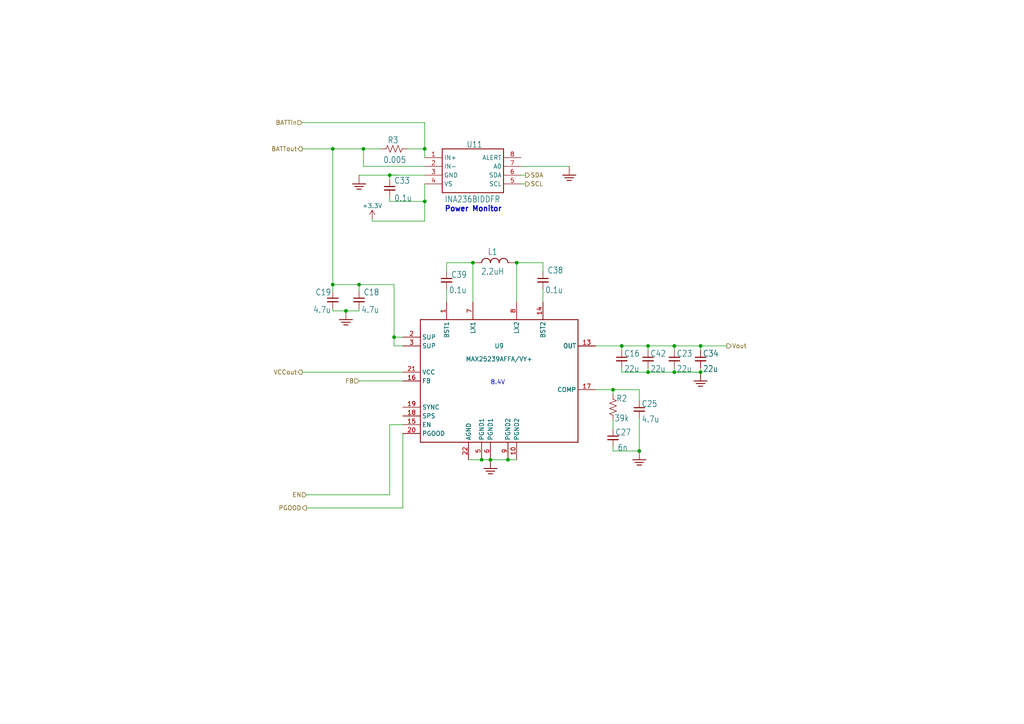
<source format=kicad_sch>
(kicad_sch (version 20230121) (generator eeschema)

  (uuid b02478bd-9496-4c28-b582-89a1a7ad52f4)

  (paper "A4")

  (lib_symbols
    (symbol "BRGRavionics-eagle-import:GND-EARTH" (power) (in_bom yes) (on_board yes)
      (property "Reference" "#SUPPLY" (at 0 0 0)
        (effects (font (size 1.27 1.27)) hide)
      )
      (property "Value" "GND-EARTH" (at 0 -3.175 0)
        (effects (font (size 1.778 1.5113)))
      )
      (property "Footprint" "" (at 0 0 0)
        (effects (font (size 1.27 1.27)) hide)
      )
      (property "Datasheet" "" (at 0 0 0)
        (effects (font (size 1.27 1.27)) hide)
      )
      (property "ki_locked" "" (at 0 0 0)
        (effects (font (size 1.27 1.27)))
      )
      (symbol "GND-EARTH_1_0"
        (polyline
          (pts
            (xy -1.905 0)
            (xy 1.905 0)
          )
          (stroke (width 0.254) (type solid))
          (fill (type none))
        )
        (polyline
          (pts
            (xy -1.27 -0.762)
            (xy 1.27 -0.762)
          )
          (stroke (width 0.254) (type solid))
          (fill (type none))
        )
        (polyline
          (pts
            (xy -0.635 -1.524)
            (xy 0.635 -1.524)
          )
          (stroke (width 0.254) (type solid))
          (fill (type none))
        )
        (pin power_in line (at 0 2.54 270) (length 2.54)
          (name "GND" (effects (font (size 0 0))))
          (number "1" (effects (font (size 0 0))))
        )
      )
    )
    (symbol "BRGRavionics-eagle-import:INA236BIDDFR" (in_bom yes) (on_board yes)
      (property "Reference" "" (at 3.81 10.16 0)
        (effects (font (size 1.778 1.5113)) (justify left) hide)
      )
      (property "Value" "" (at 3.81 7.62 0)
        (effects (font (size 1.778 1.5113)) (justify left))
      )
      (property "Footprint" "BRGRavionics:SOT65P280X110-8N" (at 0 0 0)
        (effects (font (size 1.27 1.27)) hide)
      )
      (property "Datasheet" "" (at 0 0 0)
        (effects (font (size 1.27 1.27)) hide)
      )
      (property "ki_locked" "" (at 0 0 0)
        (effects (font (size 1.27 1.27)))
      )
      (symbol "INA236BIDDFR_1_0"
        (polyline
          (pts
            (xy -7.62 5.08)
            (xy -7.62 -7.62)
          )
          (stroke (width 0.254) (type solid))
          (fill (type none))
        )
        (polyline
          (pts
            (xy -7.62 5.08)
            (xy 10.16 5.08)
          )
          (stroke (width 0.254) (type solid))
          (fill (type none))
        )
        (polyline
          (pts
            (xy 10.16 -7.62)
            (xy -7.62 -7.62)
          )
          (stroke (width 0.254) (type solid))
          (fill (type none))
        )
        (polyline
          (pts
            (xy 10.16 -7.62)
            (xy 10.16 5.08)
          )
          (stroke (width 0.254) (type solid))
          (fill (type none))
        )
        (pin bidirectional line (at -12.7 2.54 0) (length 5.08)
          (name "IN+" (effects (font (size 1.27 1.27))))
          (number "1" (effects (font (size 1.27 1.27))))
        )
        (pin bidirectional line (at -12.7 0 0) (length 5.08)
          (name "IN-" (effects (font (size 1.27 1.27))))
          (number "2" (effects (font (size 1.27 1.27))))
        )
        (pin bidirectional line (at -12.7 -2.54 0) (length 5.08)
          (name "GND" (effects (font (size 1.27 1.27))))
          (number "3" (effects (font (size 1.27 1.27))))
        )
        (pin bidirectional line (at -12.7 -5.08 0) (length 5.08)
          (name "VS" (effects (font (size 1.27 1.27))))
          (number "4" (effects (font (size 1.27 1.27))))
        )
        (pin bidirectional line (at 15.24 -5.08 180) (length 5.08)
          (name "SCL" (effects (font (size 1.27 1.27))))
          (number "5" (effects (font (size 1.27 1.27))))
        )
        (pin bidirectional line (at 15.24 -2.54 180) (length 5.08)
          (name "SDA" (effects (font (size 1.27 1.27))))
          (number "6" (effects (font (size 1.27 1.27))))
        )
        (pin bidirectional line (at 15.24 0 180) (length 5.08)
          (name "A0" (effects (font (size 1.27 1.27))))
          (number "7" (effects (font (size 1.27 1.27))))
        )
        (pin bidirectional line (at 15.24 2.54 180) (length 5.08)
          (name "ALERT" (effects (font (size 1.27 1.27))))
          (number "8" (effects (font (size 1.27 1.27))))
        )
      )
    )
    (symbol "BRGRavionics-eagle-import:MAX25239AFFA/VY+" (in_bom yes) (on_board yes)
      (property "Reference" "U3" (at 0 0 0)
        (effects (font (size 1.27 1.27)))
      )
      (property "Value" "MAX25239AFFA/VY+" (at 0 -2.54 0)
        (effects (font (size 1.27 1.27)))
      )
      (property "Footprint" "BRGRavionics:MAX25239" (at 0 0 0)
        (effects (font (size 1.27 1.27)) hide)
      )
      (property "Datasheet" "" (at 0 0 0)
        (effects (font (size 1.27 1.27)) hide)
      )
      (symbol "MAX25239AFFA/VY+_1_0"
        (polyline
          (pts
            (xy -22.86 -17.78)
            (xy 22.86 -17.78)
          )
          (stroke (width 0.254) (type solid))
          (fill (type none))
        )
        (polyline
          (pts
            (xy -22.86 17.78)
            (xy -22.86 -17.78)
          )
          (stroke (width 0.254) (type solid))
          (fill (type none))
        )
        (polyline
          (pts
            (xy 22.86 -17.78)
            (xy 22.86 17.78)
          )
          (stroke (width 0.254) (type solid))
          (fill (type none))
        )
        (polyline
          (pts
            (xy 22.86 17.78)
            (xy -22.86 17.78)
          )
          (stroke (width 0.254) (type solid))
          (fill (type none))
        )
        (pin bidirectional line (at -15.24 22.86 270) (length 5.08)
          (name "BST1" (effects (font (size 1.27 1.27))))
          (number "1" (effects (font (size 1.27 1.27))))
        )
        (pin bidirectional line (at 5.08 -22.86 90) (length 5.08)
          (name "PGND2" (effects (font (size 1.27 1.27))))
          (number "10" (effects (font (size 1.27 1.27))))
        )
        (pin bidirectional line (at 27.94 10.16 180) (length 5.08)
          (name "OUT" (effects (font (size 1.27 1.27))))
          (number "12" (effects (font (size 0 0))))
        )
        (pin bidirectional line (at 27.94 10.16 180) (length 5.08)
          (name "OUT" (effects (font (size 1.27 1.27))))
          (number "13" (effects (font (size 1.27 1.27))))
        )
        (pin bidirectional line (at 12.7 22.86 270) (length 5.08)
          (name "BST2" (effects (font (size 1.27 1.27))))
          (number "14" (effects (font (size 1.27 1.27))))
        )
        (pin bidirectional line (at -27.94 -12.7 0) (length 5.08)
          (name "EN" (effects (font (size 1.27 1.27))))
          (number "15" (effects (font (size 1.27 1.27))))
        )
        (pin bidirectional line (at -27.94 0 0) (length 5.08)
          (name "FB" (effects (font (size 1.27 1.27))))
          (number "16" (effects (font (size 1.27 1.27))))
        )
        (pin bidirectional line (at 27.94 -2.54 180) (length 5.08)
          (name "COMP" (effects (font (size 1.27 1.27))))
          (number "17" (effects (font (size 1.27 1.27))))
        )
        (pin bidirectional line (at -27.94 -10.16 0) (length 5.08)
          (name "SPS" (effects (font (size 1.27 1.27))))
          (number "18" (effects (font (size 1.27 1.27))))
        )
        (pin bidirectional line (at -27.94 -7.62 0) (length 5.08)
          (name "SYNC" (effects (font (size 1.27 1.27))))
          (number "19" (effects (font (size 1.27 1.27))))
        )
        (pin bidirectional line (at -27.94 12.7 0) (length 5.08)
          (name "SUP" (effects (font (size 1.27 1.27))))
          (number "2" (effects (font (size 1.27 1.27))))
        )
        (pin bidirectional line (at -27.94 -15.24 0) (length 5.08)
          (name "PGOOD" (effects (font (size 1.27 1.27))))
          (number "20" (effects (font (size 1.27 1.27))))
        )
        (pin bidirectional line (at -27.94 2.54 0) (length 5.08)
          (name "VCC" (effects (font (size 1.27 1.27))))
          (number "21" (effects (font (size 1.27 1.27))))
        )
        (pin bidirectional line (at -8.89 -22.86 90) (length 5.08)
          (name "AGND" (effects (font (size 1.27 1.27))))
          (number "22" (effects (font (size 1.27 1.27))))
        )
        (pin bidirectional line (at -27.94 10.16 0) (length 5.08)
          (name "SUP" (effects (font (size 1.27 1.27))))
          (number "3" (effects (font (size 1.27 1.27))))
        )
        (pin bidirectional line (at -5.08 -22.86 90) (length 5.08)
          (name "PGND1" (effects (font (size 1.27 1.27))))
          (number "5" (effects (font (size 1.27 1.27))))
        )
        (pin bidirectional line (at -2.54 -22.86 90) (length 5.08)
          (name "PGND1" (effects (font (size 1.27 1.27))))
          (number "6" (effects (font (size 1.27 1.27))))
        )
        (pin bidirectional line (at -7.62 22.86 270) (length 5.08)
          (name "LX1" (effects (font (size 1.27 1.27))))
          (number "7" (effects (font (size 1.27 1.27))))
        )
        (pin bidirectional line (at 5.08 22.86 270) (length 5.08)
          (name "LX2" (effects (font (size 1.27 1.27))))
          (number "8" (effects (font (size 1.27 1.27))))
        )
        (pin bidirectional line (at 2.54 -22.86 90) (length 5.08)
          (name "PGND2" (effects (font (size 1.27 1.27))))
          (number "9" (effects (font (size 1.27 1.27))))
        )
      )
    )
    (symbol "Device:C_Small" (pin_numbers hide) (pin_names (offset 0.254) hide) (in_bom yes) (on_board yes)
      (property "Reference" "C" (at 0.254 1.778 0)
        (effects (font (size 1.27 1.27)) (justify left))
      )
      (property "Value" "C_Small" (at 0.254 -2.032 0)
        (effects (font (size 1.27 1.27)) (justify left))
      )
      (property "Footprint" "" (at 0 0 0)
        (effects (font (size 1.27 1.27)) hide)
      )
      (property "Datasheet" "~" (at 0 0 0)
        (effects (font (size 1.27 1.27)) hide)
      )
      (property "ki_keywords" "capacitor cap" (at 0 0 0)
        (effects (font (size 1.27 1.27)) hide)
      )
      (property "ki_description" "Unpolarized capacitor, small symbol" (at 0 0 0)
        (effects (font (size 1.27 1.27)) hide)
      )
      (property "ki_fp_filters" "C_*" (at 0 0 0)
        (effects (font (size 1.27 1.27)) hide)
      )
      (symbol "C_Small_0_1"
        (polyline
          (pts
            (xy -1.524 -0.508)
            (xy 1.524 -0.508)
          )
          (stroke (width 0.3302) (type default))
          (fill (type none))
        )
        (polyline
          (pts
            (xy -1.524 0.508)
            (xy 1.524 0.508)
          )
          (stroke (width 0.3048) (type default))
          (fill (type none))
        )
      )
      (symbol "C_Small_1_1"
        (pin passive line (at 0 2.54 270) (length 2.032)
          (name "~" (effects (font (size 1.27 1.27))))
          (number "1" (effects (font (size 1.27 1.27))))
        )
        (pin passive line (at 0 -2.54 90) (length 2.032)
          (name "~" (effects (font (size 1.27 1.27))))
          (number "2" (effects (font (size 1.27 1.27))))
        )
      )
    )
    (symbol "Device:R_US" (pin_numbers hide) (pin_names (offset 0)) (in_bom yes) (on_board yes)
      (property "Reference" "R" (at 2.54 0 90)
        (effects (font (size 1.27 1.27)))
      )
      (property "Value" "R_US" (at -2.54 0 90)
        (effects (font (size 1.27 1.27)))
      )
      (property "Footprint" "" (at 1.016 -0.254 90)
        (effects (font (size 1.27 1.27)) hide)
      )
      (property "Datasheet" "~" (at 0 0 0)
        (effects (font (size 1.27 1.27)) hide)
      )
      (property "ki_keywords" "R res resistor" (at 0 0 0)
        (effects (font (size 1.27 1.27)) hide)
      )
      (property "ki_description" "Resistor, US symbol" (at 0 0 0)
        (effects (font (size 1.27 1.27)) hide)
      )
      (property "ki_fp_filters" "R_*" (at 0 0 0)
        (effects (font (size 1.27 1.27)) hide)
      )
      (symbol "R_US_0_1"
        (polyline
          (pts
            (xy 0 -2.286)
            (xy 0 -2.54)
          )
          (stroke (width 0) (type default))
          (fill (type none))
        )
        (polyline
          (pts
            (xy 0 2.286)
            (xy 0 2.54)
          )
          (stroke (width 0) (type default))
          (fill (type none))
        )
        (polyline
          (pts
            (xy 0 -0.762)
            (xy 1.016 -1.143)
            (xy 0 -1.524)
            (xy -1.016 -1.905)
            (xy 0 -2.286)
          )
          (stroke (width 0) (type default))
          (fill (type none))
        )
        (polyline
          (pts
            (xy 0 0.762)
            (xy 1.016 0.381)
            (xy 0 0)
            (xy -1.016 -0.381)
            (xy 0 -0.762)
          )
          (stroke (width 0) (type default))
          (fill (type none))
        )
        (polyline
          (pts
            (xy 0 2.286)
            (xy 1.016 1.905)
            (xy 0 1.524)
            (xy -1.016 1.143)
            (xy 0 0.762)
          )
          (stroke (width 0) (type default))
          (fill (type none))
        )
      )
      (symbol "R_US_1_1"
        (pin passive line (at 0 3.81 270) (length 1.27)
          (name "~" (effects (font (size 1.27 1.27))))
          (number "1" (effects (font (size 1.27 1.27))))
        )
        (pin passive line (at 0 -3.81 90) (length 1.27)
          (name "~" (effects (font (size 1.27 1.27))))
          (number "2" (effects (font (size 1.27 1.27))))
        )
      )
    )
    (symbol "LRADIAL-26MM-DIA_1" (in_bom yes) (on_board yes)
      (property "Reference" "L2" (at 0 2.54 0)
        (effects (font (size 1.778 1.5113)))
      )
      (property "Value" "2.2uH" (at 0 -2.54 0)
        (effects (font (size 1.778 1.5113)))
      )
      (property "Footprint" "BRGRavionics:INDRD2743W50D3810H2616B" (at 0 0 0)
        (effects (font (size 1.27 1.27)) hide)
      )
      (property "Datasheet" "" (at 0 0 0)
        (effects (font (size 1.27 1.27)) hide)
      )
      (property "ki_locked" "" (at 0 0 0)
        (effects (font (size 1.27 1.27)))
      )
      (symbol "LRADIAL-26MM-DIA_1_1_0"
        (arc (start 0 0) (mid -1.27 1.2645) (end -2.54 0)
          (stroke (width 0.254) (type solid))
          (fill (type none))
        )
        (arc (start 2.54 0) (mid 1.27 1.2645) (end 0 0)
          (stroke (width 0.254) (type solid))
          (fill (type none))
        )
        (arc (start 5.08 0) (mid 3.81 1.2645) (end 2.54 0)
          (stroke (width 0.254) (type solid))
          (fill (type none))
        )
        (pin passive line (at -5.08 0 0) (length 2.54)
          (name "1" (effects (font (size 0 0))))
          (number "1" (effects (font (size 0 0))))
        )
        (pin passive line (at 7.62 0 180) (length 2.54)
          (name "2" (effects (font (size 0 0))))
          (number "2" (effects (font (size 0 0))))
        )
      )
    )
    (symbol "power:+3.3V" (power) (pin_names (offset 0)) (in_bom yes) (on_board yes)
      (property "Reference" "#PWR" (at 0 -3.81 0)
        (effects (font (size 1.27 1.27)) hide)
      )
      (property "Value" "+3.3V" (at 0 3.556 0)
        (effects (font (size 1.27 1.27)))
      )
      (property "Footprint" "" (at 0 0 0)
        (effects (font (size 1.27 1.27)) hide)
      )
      (property "Datasheet" "" (at 0 0 0)
        (effects (font (size 1.27 1.27)) hide)
      )
      (property "ki_keywords" "global power" (at 0 0 0)
        (effects (font (size 1.27 1.27)) hide)
      )
      (property "ki_description" "Power symbol creates a global label with name \"+3.3V\"" (at 0 0 0)
        (effects (font (size 1.27 1.27)) hide)
      )
      (symbol "+3.3V_0_1"
        (polyline
          (pts
            (xy -0.762 1.27)
            (xy 0 2.54)
          )
          (stroke (width 0) (type default))
          (fill (type none))
        )
        (polyline
          (pts
            (xy 0 0)
            (xy 0 2.54)
          )
          (stroke (width 0) (type default))
          (fill (type none))
        )
        (polyline
          (pts
            (xy 0 2.54)
            (xy 0.762 1.27)
          )
          (stroke (width 0) (type default))
          (fill (type none))
        )
      )
      (symbol "+3.3V_1_1"
        (pin power_in line (at 0 0 90) (length 0) hide
          (name "+3.3V" (effects (font (size 1.27 1.27))))
          (number "1" (effects (font (size 1.27 1.27))))
        )
      )
    )
  )

  (junction (at 187.96 107.95) (diameter 0) (color 0 0 0 0)
    (uuid 01f846b4-cdc8-4ade-8581-2f79aee5fb46)
  )
  (junction (at 195.58 107.95) (diameter 0) (color 0 0 0 0)
    (uuid 0860a0f0-cf2e-4133-8cbc-82a3bbd08739)
  )
  (junction (at 123.19 43.18) (diameter 0) (color 0 0 0 0)
    (uuid 087bc2e1-57b4-4623-8ae7-034b3746f7f2)
  )
  (junction (at 142.24 133.35) (diameter 0) (color 0 0 0 0)
    (uuid 2be76eb4-5cf8-4992-8ab2-9aa71e619b69)
  )
  (junction (at 195.58 100.33) (diameter 0) (color 0 0 0 0)
    (uuid 31a414bd-404f-4262-9c23-1d69516f5e23)
  )
  (junction (at 137.16 76.2) (diameter 0) (color 0 0 0 0)
    (uuid 37228d3f-0183-4199-bb08-391ad1bb0da8)
  )
  (junction (at 104.14 82.55) (diameter 0) (color 0 0 0 0)
    (uuid 4902d24b-aead-484d-89e9-350a80ff84a4)
  )
  (junction (at 185.42 130.81) (diameter 0) (color 0 0 0 0)
    (uuid 4bca5e3c-000d-4da9-aaab-478dce213d51)
  )
  (junction (at 123.19 58.42) (diameter 0) (color 0 0 0 0)
    (uuid 63115a06-f492-4aef-866c-03ad6f897412)
  )
  (junction (at 180.34 100.33) (diameter 0) (color 0 0 0 0)
    (uuid 63c7ff5a-bfde-44e1-b6b1-39697efe8a99)
  )
  (junction (at 187.96 100.33) (diameter 0) (color 0 0 0 0)
    (uuid 6c33168e-504a-4e4c-ab79-ce63fbb752d0)
  )
  (junction (at 100.33 90.17) (diameter 0) (color 0 0 0 0)
    (uuid 869ce9ec-e20b-408a-b121-4631aaea8ee4)
  )
  (junction (at 177.8 113.03) (diameter 0) (color 0 0 0 0)
    (uuid 90afa9f2-c69f-45e4-9b8f-f8eec1be57fd)
  )
  (junction (at 147.32 133.35) (diameter 0) (color 0 0 0 0)
    (uuid 90c11d9b-3293-4103-b99e-6433e4f220f3)
  )
  (junction (at 96.52 82.55) (diameter 0) (color 0 0 0 0)
    (uuid 956e8b46-180e-41dd-b4af-ed40724673dd)
  )
  (junction (at 203.2 100.33) (diameter 0) (color 0 0 0 0)
    (uuid b87de8e6-62ce-482c-bac5-b1673254c034)
  )
  (junction (at 105.41 43.18) (diameter 0) (color 0 0 0 0)
    (uuid bf089c95-41bb-4239-8fa4-426e80ea28c5)
  )
  (junction (at 203.2 107.95) (diameter 0) (color 0 0 0 0)
    (uuid c23d1df2-5d97-4db9-a2da-16602a7e5d0f)
  )
  (junction (at 149.86 76.2) (diameter 0) (color 0 0 0 0)
    (uuid d300edb8-f00d-479d-a379-0d3ff6faf4be)
  )
  (junction (at 113.03 50.8) (diameter 0) (color 0 0 0 0)
    (uuid e3f323ad-f4f2-40e4-bd34-73ebd4c2140e)
  )
  (junction (at 96.52 43.18) (diameter 0) (color 0 0 0 0)
    (uuid f2421946-2b09-46bd-bbba-c7a40bed63c1)
  )
  (junction (at 114.3 97.79) (diameter 0) (color 0 0 0 0)
    (uuid f65f75bc-a1a6-4e04-977c-8322085bb5b4)
  )
  (junction (at 139.7 133.35) (diameter 0) (color 0 0 0 0)
    (uuid f90bf9ba-0348-4014-b74b-13775c507043)
  )

  (wire (pts (xy 187.96 101.6) (xy 187.96 100.33))
    (stroke (width 0) (type default))
    (uuid 030227b5-1f2f-43a2-8330-5c3391ffb77e)
  )
  (wire (pts (xy 151.13 50.8) (xy 152.4 50.8))
    (stroke (width 0) (type default))
    (uuid 07c58dd8-585c-4932-a0c6-f558bdeda7a5)
  )
  (wire (pts (xy 137.16 87.63) (xy 137.16 76.2))
    (stroke (width 0.1524) (type solid))
    (uuid 09f38dce-4d46-421b-9625-63f4088c5bd8)
  )
  (wire (pts (xy 96.52 84.455) (xy 96.52 82.55))
    (stroke (width 0) (type default))
    (uuid 0ecc5be9-49aa-4c86-bab0-6b70159cc2bb)
  )
  (wire (pts (xy 123.19 43.18) (xy 123.19 45.72))
    (stroke (width 0.1524) (type solid))
    (uuid 111648ee-5f49-45d7-8c8c-5ce19fb51818)
  )
  (wire (pts (xy 129.54 78.74) (xy 129.54 76.2))
    (stroke (width 0.1524) (type solid))
    (uuid 164ef0c3-1216-4bd6-8a83-b17120e7f0af)
  )
  (wire (pts (xy 113.03 123.19) (xy 116.84 123.19))
    (stroke (width 0.1524) (type solid))
    (uuid 16e86e39-c214-4910-99a7-13a59e9ab24c)
  )
  (wire (pts (xy 151.13 53.34) (xy 152.4 53.34))
    (stroke (width 0) (type default))
    (uuid 170b0e91-b8fe-49f0-b238-b3359153389a)
  )
  (wire (pts (xy 195.58 107.95) (xy 203.2 107.95))
    (stroke (width 0.1524) (type solid))
    (uuid 1cff9e08-9b3a-45ea-af85-d52091cf7367)
  )
  (wire (pts (xy 110.49 43.18) (xy 105.41 43.18))
    (stroke (width 0) (type default))
    (uuid 1d535a09-dd50-4e22-9a53-57d013e9172d)
  )
  (wire (pts (xy 123.19 35.56) (xy 123.19 43.18))
    (stroke (width 0) (type default))
    (uuid 1d89d106-8e81-41e4-acc0-039469a7b5c2)
  )
  (wire (pts (xy 172.72 113.03) (xy 177.8 113.03))
    (stroke (width 0.1524) (type solid))
    (uuid 1eb22dfc-0582-4601-a4ec-9d5a8888e88e)
  )
  (wire (pts (xy 187.96 100.33) (xy 195.58 100.33))
    (stroke (width 0.1524) (type solid))
    (uuid 1f246165-3f5b-4039-bf00-2fd432397be5)
  )
  (wire (pts (xy 107.95 64.135) (xy 123.19 64.135))
    (stroke (width 0.1524) (type solid))
    (uuid 221bd943-d0a5-4236-b9d3-2d2c20daebf1)
  )
  (wire (pts (xy 113.03 58.42) (xy 113.03 57.15))
    (stroke (width 0) (type default))
    (uuid 27845bec-31b4-4223-883a-c56e44c638ae)
  )
  (wire (pts (xy 116.84 147.32) (xy 116.84 125.73))
    (stroke (width 0) (type default))
    (uuid 2921b5ac-e84a-4696-9b0e-268ab31f55a2)
  )
  (wire (pts (xy 203.2 107.95) (xy 195.58 107.95))
    (stroke (width 0) (type default))
    (uuid 29c9b863-b8f8-428a-8e77-048b7d6078d6)
  )
  (wire (pts (xy 114.3 97.79) (xy 114.3 100.33))
    (stroke (width 0.1524) (type solid))
    (uuid 2bcbe27d-ca3f-4500-b55c-e51f9959867c)
  )
  (wire (pts (xy 177.8 121.92) (xy 177.8 124.46))
    (stroke (width 0) (type default))
    (uuid 2ca61d36-ec28-46f1-b210-c42142673927)
  )
  (wire (pts (xy 142.24 133.35) (xy 147.32 133.35))
    (stroke (width 0.1524) (type solid))
    (uuid 300e0293-5a44-474d-89f5-880ee82dcd5f)
  )
  (wire (pts (xy 180.34 107.95) (xy 187.96 107.95))
    (stroke (width 0.1524) (type solid))
    (uuid 30140ece-5e17-4bd9-8092-55f9361d3cfd)
  )
  (wire (pts (xy 104.14 90.17) (xy 100.33 90.17))
    (stroke (width 0.1524) (type solid))
    (uuid 391c617e-c05a-486c-bacf-c6807e7246e3)
  )
  (wire (pts (xy 118.11 43.18) (xy 123.19 43.18))
    (stroke (width 0) (type default))
    (uuid 3a8fd7ca-75f1-42ca-9702-585fe9208459)
  )
  (wire (pts (xy 113.03 58.42) (xy 123.19 58.42))
    (stroke (width 0) (type default))
    (uuid 413610ff-add7-4595-a004-8a73a02bcb49)
  )
  (wire (pts (xy 142.24 133.35) (xy 139.7 133.35))
    (stroke (width 0) (type default))
    (uuid 45932315-ada3-4356-b7fe-683af10556e3)
  )
  (wire (pts (xy 180.34 100.33) (xy 187.96 100.33))
    (stroke (width 0.1524) (type solid))
    (uuid 4690f659-3ef5-41b1-8a21-81ec2023ad5f)
  )
  (wire (pts (xy 113.03 50.8) (xy 123.19 50.8))
    (stroke (width 0.1524) (type solid))
    (uuid 48a8545c-2e31-4b9a-a78e-22c3e87f0f06)
  )
  (wire (pts (xy 87.63 107.95) (xy 116.84 107.95))
    (stroke (width 0.1524) (type solid))
    (uuid 4d66baeb-1077-4e4d-a909-bb88e4c58936)
  )
  (wire (pts (xy 104.14 110.49) (xy 116.84 110.49))
    (stroke (width 0.1524) (type solid))
    (uuid 50c52c6f-c706-47f0-bfbe-337abca33689)
  )
  (wire (pts (xy 87.63 43.18) (xy 96.52 43.18))
    (stroke (width 0) (type default))
    (uuid 513c268d-4164-4007-ac26-21404665a21a)
  )
  (wire (pts (xy 104.14 84.455) (xy 104.14 82.55))
    (stroke (width 0) (type default))
    (uuid 65031f2f-a520-445a-9ed6-8dc5c99f6847)
  )
  (wire (pts (xy 172.72 100.33) (xy 180.34 100.33))
    (stroke (width 0.1524) (type solid))
    (uuid 673ce95b-f305-42ae-8c40-82f0354fdcf9)
  )
  (wire (pts (xy 88.9 147.32) (xy 116.84 147.32))
    (stroke (width 0) (type default))
    (uuid 6c8fbdcb-97dc-4c02-91f1-b85e7063f086)
  )
  (wire (pts (xy 113.03 50.8) (xy 115.57 50.8))
    (stroke (width 0) (type default))
    (uuid 71e16106-6b16-4651-998f-9016a71965c5)
  )
  (wire (pts (xy 113.03 143.51) (xy 88.9 143.51))
    (stroke (width 0.1524) (type solid))
    (uuid 743cf6f4-ec65-4021-9376-0e7aa6086ea7)
  )
  (wire (pts (xy 195.58 101.6) (xy 195.58 100.33))
    (stroke (width 0) (type default))
    (uuid 79d91e0c-5d7f-4212-98dc-4a364084afa9)
  )
  (wire (pts (xy 135.89 133.35) (xy 139.7 133.35))
    (stroke (width 0) (type default))
    (uuid 7b6bb9a2-128b-4928-aa78-70d6fc1e00fe)
  )
  (wire (pts (xy 114.3 100.33) (xy 116.84 100.33))
    (stroke (width 0.1524) (type solid))
    (uuid 822579a2-b25b-45d4-98a8-a9216665d240)
  )
  (wire (pts (xy 180.34 106.68) (xy 180.34 107.95))
    (stroke (width 0.1524) (type solid))
    (uuid 8567b5f9-aa1e-4223-a033-cdbb8efab323)
  )
  (wire (pts (xy 113.03 52.07) (xy 113.03 50.8))
    (stroke (width 0) (type default))
    (uuid 86119591-fc97-47ee-87aa-9bb61eb44baf)
  )
  (wire (pts (xy 157.48 83.82) (xy 157.48 87.63))
    (stroke (width 0.1524) (type solid))
    (uuid 8be75adf-0355-4332-83e4-f0f774ac4264)
  )
  (wire (pts (xy 187.96 106.68) (xy 187.96 107.95))
    (stroke (width 0) (type default))
    (uuid 8bebef76-7965-49c3-b64b-0e74ee8ee3fc)
  )
  (wire (pts (xy 123.19 53.34) (xy 123.19 58.42))
    (stroke (width 0.1524) (type solid))
    (uuid 8e56c4c7-260d-4239-a289-c38002eb95c5)
  )
  (wire (pts (xy 87.63 35.56) (xy 123.19 35.56))
    (stroke (width 0) (type default))
    (uuid 8fb5f369-7588-452d-8198-0fd6a7e34377)
  )
  (wire (pts (xy 177.8 130.81) (xy 185.42 130.81))
    (stroke (width 0.1524) (type solid))
    (uuid 957da333-59d7-4f49-9b30-dd715a1c7bce)
  )
  (wire (pts (xy 104.14 82.55) (xy 96.52 82.55))
    (stroke (width 0.1524) (type solid))
    (uuid 95f2a497-fa1c-4098-b850-16d43b0c340a)
  )
  (wire (pts (xy 107.95 64.135) (xy 107.95 63.5))
    (stroke (width 0.1524) (type solid))
    (uuid 96780eb9-28d1-4ed7-9b53-99f6fb5a838c)
  )
  (wire (pts (xy 180.34 101.6) (xy 180.34 100.33))
    (stroke (width 0) (type default))
    (uuid 973b4a13-301b-438a-b003-f4b966d1c085)
  )
  (wire (pts (xy 96.52 89.535) (xy 96.52 90.17))
    (stroke (width 0.1524) (type solid))
    (uuid 98d19480-7384-4a8f-8666-d333a8be7917)
  )
  (wire (pts (xy 151.13 48.26) (xy 165.1 48.26))
    (stroke (width 0.1524) (type solid))
    (uuid 99673595-b181-459b-8069-6d0692a2627c)
  )
  (wire (pts (xy 195.58 100.33) (xy 203.2 100.33))
    (stroke (width 0.1524) (type solid))
    (uuid 9fef2da2-b285-42db-8e17-e3c02e0e887c)
  )
  (wire (pts (xy 147.32 133.35) (xy 149.86 133.35))
    (stroke (width 0) (type default))
    (uuid a4f07ac5-d194-4735-b6fd-ea3f56f29f5c)
  )
  (wire (pts (xy 114.3 82.55) (xy 114.3 97.79))
    (stroke (width 0.1524) (type solid))
    (uuid a7e0148c-3da5-42b6-bb22-15bae3c938d2)
  )
  (wire (pts (xy 129.54 83.82) (xy 129.54 87.63))
    (stroke (width 0.1524) (type solid))
    (uuid addb0435-5747-44e1-8eec-039256eab0c1)
  )
  (wire (pts (xy 96.52 90.17) (xy 100.33 90.17))
    (stroke (width 0) (type default))
    (uuid aeceae5a-4ace-4324-9a8a-9fa1cfd91537)
  )
  (wire (pts (xy 177.8 113.03) (xy 185.42 113.03))
    (stroke (width 0.1524) (type solid))
    (uuid b0c54cdc-3543-4b52-b237-8a1322590ec9)
  )
  (wire (pts (xy 187.96 107.95) (xy 195.58 107.95))
    (stroke (width 0) (type default))
    (uuid b347536b-2bf3-4cc5-ba8f-1c142996abea)
  )
  (wire (pts (xy 177.8 114.3) (xy 177.8 113.03))
    (stroke (width 0) (type default))
    (uuid c5ea5a80-0d9e-41cb-8e53-ebd7bad62538)
  )
  (wire (pts (xy 105.41 48.26) (xy 105.41 43.18))
    (stroke (width 0.1524) (type solid))
    (uuid c6023865-9533-4ade-b0f8-7b3730e41743)
  )
  (wire (pts (xy 149.86 76.2) (xy 149.86 87.63))
    (stroke (width 0.1524) (type solid))
    (uuid c6c26edb-8d07-4a8f-b9ee-d1d83e83022c)
  )
  (wire (pts (xy 104.14 82.55) (xy 114.3 82.55))
    (stroke (width 0.1524) (type solid))
    (uuid c6f8d6ce-13f4-47a7-abcd-951eb4b18bba)
  )
  (wire (pts (xy 104.14 89.535) (xy 104.14 90.17))
    (stroke (width 0.1524) (type solid))
    (uuid c9007c3e-6ab9-4821-aa5c-cdcc7dc58134)
  )
  (wire (pts (xy 185.42 121.285) (xy 185.42 130.81))
    (stroke (width 0.1524) (type solid))
    (uuid c982348a-9efa-44a7-a8da-80185783b84e)
  )
  (wire (pts (xy 114.3 97.79) (xy 116.84 97.79))
    (stroke (width 0) (type default))
    (uuid ce71372e-82e2-42d8-8296-3da595194f32)
  )
  (wire (pts (xy 157.48 78.74) (xy 157.48 76.2))
    (stroke (width 0.1524) (type solid))
    (uuid cee29039-2e56-4a16-be08-e1da64c622fc)
  )
  (wire (pts (xy 123.19 64.135) (xy 123.19 58.42))
    (stroke (width 0.1524) (type solid))
    (uuid d022a860-ec21-425e-8e2c-2dc864325a5d)
  )
  (wire (pts (xy 123.19 48.26) (xy 105.41 48.26))
    (stroke (width 0.1524) (type solid))
    (uuid d06ab532-2c84-4b50-b3a8-0c43451a7729)
  )
  (wire (pts (xy 177.8 129.54) (xy 177.8 130.81))
    (stroke (width 0.1524) (type solid))
    (uuid d167ec3f-b3bb-4866-b89a-ca342adddcff)
  )
  (wire (pts (xy 195.58 106.68) (xy 195.58 107.95))
    (stroke (width 0) (type default))
    (uuid d548592c-0623-4bae-b55d-47840971a9e8)
  )
  (wire (pts (xy 203.2 101.6) (xy 203.2 100.33))
    (stroke (width 0) (type default))
    (uuid dae7ce3a-4877-4282-bc12-722ff64a3c18)
  )
  (wire (pts (xy 157.48 76.2) (xy 149.86 76.2))
    (stroke (width 0.1524) (type solid))
    (uuid e1c5e6f4-fe19-4fab-a8dd-202753abd672)
  )
  (wire (pts (xy 203.2 100.33) (xy 210.82 100.33))
    (stroke (width 0) (type default))
    (uuid e740535f-6b11-4106-ae1a-19a419946478)
  )
  (wire (pts (xy 113.03 143.51) (xy 113.03 123.19))
    (stroke (width 0.1524) (type solid))
    (uuid eb9c310f-25af-4703-a5f1-b4506a924cbb)
  )
  (wire (pts (xy 203.2 107.95) (xy 203.2 106.68))
    (stroke (width 0.1524) (type solid))
    (uuid efbff216-4f63-4f66-8235-5c923505d607)
  )
  (wire (pts (xy 96.52 43.18) (xy 105.41 43.18))
    (stroke (width 0.1524) (type solid))
    (uuid efdc48b9-8c8b-48fd-914f-0ae500c2d2c9)
  )
  (wire (pts (xy 129.54 76.2) (xy 137.16 76.2))
    (stroke (width 0.1524) (type solid))
    (uuid f1adb88e-c0f4-47fc-a5bc-1d380ea3036f)
  )
  (wire (pts (xy 104.14 50.8) (xy 113.03 50.8))
    (stroke (width 0.1524) (type solid))
    (uuid f5566720-8bdb-4daf-b1f6-19bba2c360dd)
  )
  (wire (pts (xy 185.42 113.03) (xy 185.42 116.205))
    (stroke (width 0.1524) (type solid))
    (uuid f8f025f4-d74c-4b5d-a6f8-bc58360ffb7a)
  )
  (wire (pts (xy 96.52 43.18) (xy 96.52 82.55))
    (stroke (width 0.1524) (type solid))
    (uuid fd8c09f4-41b0-4ba6-a630-349d96134c77)
  )

  (text "Power Monitor" (at 128.905 61.595 0)
    (effects (font (size 1.524 1.524) (thickness 0.3048) bold) (justify left bottom))
    (uuid 0c8d61f8-7254-4183-859f-ec34665f4b04)
  )
  (text "8.4V" (at 142.24 111.76 0)
    (effects (font (size 1.27 1.27)) (justify left bottom))
    (uuid 83d8826b-52a5-4d1d-8b72-90f5574c8ed1)
  )

  (hierarchical_label "BATTout" (shape output) (at 87.63 43.18 180) (fields_autoplaced)
    (effects (font (size 1.27 1.27)) (justify right))
    (uuid 0aeae4b4-2fed-4eb9-9c00-8e1318517a6c)
  )
  (hierarchical_label "SDA" (shape output) (at 152.4 50.8 0) (fields_autoplaced)
    (effects (font (size 1.27 1.27)) (justify left))
    (uuid 123d263b-0cf6-450b-af0e-ca0dc21d5874)
  )
  (hierarchical_label "VCCout" (shape output) (at 87.63 107.95 180) (fields_autoplaced)
    (effects (font (size 1.27 1.27)) (justify right))
    (uuid 1cb6ce39-4898-450a-8c07-ce79b215916c)
  )
  (hierarchical_label "PGOOD" (shape output) (at 88.9 147.32 180) (fields_autoplaced)
    (effects (font (size 1.27 1.27)) (justify right))
    (uuid 5979a5ff-4485-42ef-8a39-089de54d3150)
  )
  (hierarchical_label "EN" (shape input) (at 88.9 143.51 180) (fields_autoplaced)
    (effects (font (size 1.27 1.27)) (justify right))
    (uuid 615d4228-b0d7-4f03-996e-63f315f90a04)
  )
  (hierarchical_label "BATTin" (shape input) (at 87.63 35.56 180) (fields_autoplaced)
    (effects (font (size 1.27 1.27)) (justify right))
    (uuid c785822c-110e-4036-86b7-cba7cb176987)
  )
  (hierarchical_label "Vout" (shape output) (at 210.82 100.33 0) (fields_autoplaced)
    (effects (font (size 1.27 1.27)) (justify left))
    (uuid d5168895-bef3-4981-8eaa-89fcb3540c53)
  )
  (hierarchical_label "SCL" (shape output) (at 152.4 53.34 0) (fields_autoplaced)
    (effects (font (size 1.27 1.27)) (justify left))
    (uuid e2fe9c95-f96f-43bb-a81b-fe8198b2248d)
  )
  (hierarchical_label "FB" (shape input) (at 104.14 110.49 180) (fields_autoplaced)
    (effects (font (size 1.27 1.27)) (justify right))
    (uuid ee7a5c84-c1a5-4679-8693-ae50932c29dd)
  )

  (symbol (lib_id "BRGRavionics-eagle-import:INA236BIDDFR") (at 135.89 48.26 0) (unit 1)
    (in_bom yes) (on_board yes) (dnp no)
    (uuid 06b96e77-8c82-43dc-b1d9-eade5fd8a985)
    (property "Reference" "U11" (at 135.255 41.91 0)
      (effects (font (size 1.778 1.5113)) (justify left))
    )
    (property "Value" "INA236BIDDFR" (at 128.905 57.785 0)
      (effects (font (size 1.778 1.5113)) (justify left))
    )
    (property "Footprint" "BRGRavionics:SOT23-THN-8" (at 135.89 48.26 0)
      (effects (font (size 1.27 1.27)) hide)
    )
    (property "Datasheet" "" (at 135.89 48.26 0)
      (effects (font (size 1.27 1.27)) hide)
    )
    (pin "1" (uuid f6211668-95bf-48e8-8f7d-9c54a9341647))
    (pin "2" (uuid c4c70c28-b388-478a-b7e2-6ff0d15576f1))
    (pin "3" (uuid cd9c6683-f8fb-44bb-8ba6-a5007899cc2e))
    (pin "4" (uuid 444dad98-f1c7-42ae-b625-5f50a909b616))
    (pin "5" (uuid de2cbbe6-6509-45f5-91e8-e05534a58a69))
    (pin "6" (uuid 39e6b35e-7868-4080-828a-4e25e09f607c))
    (pin "7" (uuid bd24ea94-d496-4903-8518-c21b3df365c9))
    (pin "8" (uuid 12326805-3224-4f17-b6df-3b1ec0a0edc2))
    (instances
      (project "BRGRavionics"
        (path "/4e6fd9e4-e85c-45d6-9f9c-1f20b37f8bd7/820addaa-4b72-421e-9c4e-1abd513bfcd9"
          (reference "U11") (unit 1)
        )
        (path "/4e6fd9e4-e85c-45d6-9f9c-1f20b37f8bd7/82851db4-d834-4ce3-952a-7433b7177b56"
          (reference "U12") (unit 1)
        )
      )
    )
  )

  (symbol (lib_id "BRGRavionics-eagle-import:GND-EARTH") (at 142.24 135.89 0) (unit 1)
    (in_bom yes) (on_board yes) (dnp no)
    (uuid 43adecc0-33ad-4d6e-8926-e0fd8a34eb5b)
    (property "Reference" "#SUPPLY031" (at 142.24 135.89 0)
      (effects (font (size 1.27 1.27)) hide)
    )
    (property "Value" "GND" (at 142.24 139.065 0)
      (effects (font (size 1.778 1.5113)) hide)
    )
    (property "Footprint" "" (at 142.24 135.89 0)
      (effects (font (size 1.27 1.27)) hide)
    )
    (property "Datasheet" "" (at 142.24 135.89 0)
      (effects (font (size 1.27 1.27)) hide)
    )
    (pin "1" (uuid 7bfd8f14-b4db-4642-ac71-c0e57e8335b8))
    (instances
      (project "BRGRavionics"
        (path "/4e6fd9e4-e85c-45d6-9f9c-1f20b37f8bd7/820addaa-4b72-421e-9c4e-1abd513bfcd9"
          (reference "#SUPPLY031") (unit 1)
        )
        (path "/4e6fd9e4-e85c-45d6-9f9c-1f20b37f8bd7/82851db4-d834-4ce3-952a-7433b7177b56"
          (reference "#SUPPLY010") (unit 1)
        )
      )
    )
  )

  (symbol (lib_id "Device:C_Small") (at 187.96 104.14 0) (unit 1)
    (in_bom yes) (on_board yes) (dnp no)
    (uuid 43f9fc97-fd05-4821-b0ca-adc7258755a1)
    (property "Reference" "C42" (at 188.595 103.505 0)
      (effects (font (size 1.778 1.5113)) (justify left bottom))
    )
    (property "Value" "22u" (at 188.595 107.95 0)
      (effects (font (size 1.778 1.5113)) (justify left bottom))
    )
    (property "Footprint" "Capacitor_SMD:C_1210_3225Metric" (at 187.96 104.14 0)
      (effects (font (size 1.27 1.27)) hide)
    )
    (property "Datasheet" "~" (at 187.96 104.14 0)
      (effects (font (size 1.27 1.27)) hide)
    )
    (property "PN" "GRM32ER71E226KE15L" (at 187.96 104.14 0)
      (effects (font (size 1.27 1.27)) hide)
    )
    (pin "1" (uuid b2a6e81e-4c29-47af-bb19-51aed6e41c7b))
    (pin "2" (uuid c6ee98ea-3eae-43dc-9093-d875f6c41cd8))
    (instances
      (project "BRGRavionics"
        (path "/4e6fd9e4-e85c-45d6-9f9c-1f20b37f8bd7/820addaa-4b72-421e-9c4e-1abd513bfcd9"
          (reference "C42") (unit 1)
        )
        (path "/4e6fd9e4-e85c-45d6-9f9c-1f20b37f8bd7/82851db4-d834-4ce3-952a-7433b7177b56"
          (reference "C35") (unit 1)
        )
      )
    )
  )

  (symbol (lib_id "Device:C_Small") (at 104.14 86.995 0) (unit 1)
    (in_bom yes) (on_board yes) (dnp no)
    (uuid 44a41866-82b7-4f9b-87e5-0d95b2a72449)
    (property "Reference" "C18" (at 105.41 85.725 0)
      (effects (font (size 1.778 1.5113)) (justify left bottom))
    )
    (property "Value" "4.7u" (at 104.775 90.805 0)
      (effects (font (size 1.778 1.5113)) (justify left bottom))
    )
    (property "Footprint" "Capacitor_SMD:C_1206_3216Metric" (at 104.14 86.995 0)
      (effects (font (size 1.27 1.27)) hide)
    )
    (property "Datasheet" "~" (at 104.14 86.995 0)
      (effects (font (size 1.27 1.27)) hide)
    )
    (property "PN" "GRM31CZ72A475KE11L " (at 104.14 86.995 0)
      (effects (font (size 1.27 1.27)) hide)
    )
    (pin "1" (uuid ce1ab85b-f175-46d5-ba90-1865f5f72e6f))
    (pin "2" (uuid 355ff920-9946-47b7-a0c5-4cb0e1970343))
    (instances
      (project "BRGRavionics"
        (path "/4e6fd9e4-e85c-45d6-9f9c-1f20b37f8bd7/820addaa-4b72-421e-9c4e-1abd513bfcd9"
          (reference "C18") (unit 1)
        )
        (path "/4e6fd9e4-e85c-45d6-9f9c-1f20b37f8bd7/82851db4-d834-4ce3-952a-7433b7177b56"
          (reference "C20") (unit 1)
        )
      )
    )
  )

  (symbol (lib_id "BRGRavionics-eagle-import:GND-EARTH") (at 203.2 110.49 0) (unit 1)
    (in_bom yes) (on_board yes) (dnp no)
    (uuid 4725171b-a6c4-4173-a015-e8dedaf0d47a)
    (property "Reference" "#SUPPLY047" (at 203.2 110.49 0)
      (effects (font (size 1.27 1.27)) hide)
    )
    (property "Value" "GND" (at 203.2 113.665 0)
      (effects (font (size 1.778 1.5113)) hide)
    )
    (property "Footprint" "" (at 203.2 110.49 0)
      (effects (font (size 1.27 1.27)) hide)
    )
    (property "Datasheet" "" (at 203.2 110.49 0)
      (effects (font (size 1.27 1.27)) hide)
    )
    (pin "1" (uuid 823e6599-6cea-410d-aa23-71bf62d175b0))
    (instances
      (project "BRGRavionics"
        (path "/4e6fd9e4-e85c-45d6-9f9c-1f20b37f8bd7/820addaa-4b72-421e-9c4e-1abd513bfcd9"
          (reference "#SUPPLY047") (unit 1)
        )
        (path "/4e6fd9e4-e85c-45d6-9f9c-1f20b37f8bd7/82851db4-d834-4ce3-952a-7433b7177b56"
          (reference "#SUPPLY044") (unit 1)
        )
      )
    )
  )

  (symbol (lib_id "Device:C_Small") (at 113.03 54.61 0) (unit 1)
    (in_bom yes) (on_board yes) (dnp no)
    (uuid 5a008d79-0692-4cf6-984a-1934c5a02cf7)
    (property "Reference" "C33" (at 114.3 53.34 0)
      (effects (font (size 1.778 1.5113)) (justify left bottom))
    )
    (property "Value" "0.1u" (at 114.3 58.42 0)
      (effects (font (size 1.778 1.5113)) (justify left bottom))
    )
    (property "Footprint" "Capacitor_SMD:C_0603_1608Metric" (at 113.03 54.61 0)
      (effects (font (size 1.27 1.27)) hide)
    )
    (property "Datasheet" "~" (at 113.03 54.61 0)
      (effects (font (size 1.27 1.27)) hide)
    )
    (pin "1" (uuid 80b8f3f6-8265-4d3b-8ad1-505e1999f204))
    (pin "2" (uuid 54eab4f8-f6a8-4f54-b5ff-89e48e8ef895))
    (instances
      (project "BRGRavionics"
        (path "/4e6fd9e4-e85c-45d6-9f9c-1f20b37f8bd7/820addaa-4b72-421e-9c4e-1abd513bfcd9"
          (reference "C33") (unit 1)
        )
        (path "/4e6fd9e4-e85c-45d6-9f9c-1f20b37f8bd7/82851db4-d834-4ce3-952a-7433b7177b56"
          (reference "C32") (unit 1)
        )
      )
    )
  )

  (symbol (lib_id "BRGRavionics-eagle-import:MAX25239AFFA/VY+") (at 144.78 110.49 0) (unit 1)
    (in_bom yes) (on_board yes) (dnp no)
    (uuid 5d8c558a-9c00-4106-a395-e502cca70f2f)
    (property "Reference" "U9" (at 144.78 100.33 0)
      (effects (font (size 1.27 1.27)))
    )
    (property "Value" "MAX25239AFFA/VY+" (at 144.78 104.14 0)
      (effects (font (size 1.27 1.27)))
    )
    (property "Footprint" "BRGRavionics:MAX25239" (at 143.51 110.49 0)
      (effects (font (size 1.27 1.27)) hide)
    )
    (property "Datasheet" "" (at 144.78 110.49 0)
      (effects (font (size 1.27 1.27)) hide)
    )
    (pin "1" (uuid 09f8bf2e-4f55-428d-bc8a-f3d52e36a9dc))
    (pin "10" (uuid eebd4bf3-ab58-4d2e-8ad4-6c526ccf25f5))
    (pin "12" (uuid f8fc2b38-f446-4b8a-b639-dd31fa92a232))
    (pin "13" (uuid 24a2236b-8647-49d4-8793-622fae47a5ac))
    (pin "14" (uuid 0b733dfe-852b-4a60-bb10-8df5d8c6b451))
    (pin "15" (uuid 262dc6e7-7ae9-46ed-9496-a347a21b29de))
    (pin "16" (uuid a04ffeb0-b7bf-48bc-9b31-e94b8760f7f2))
    (pin "17" (uuid 6554ac57-0fca-4639-9cb8-fe7190089f9c))
    (pin "18" (uuid 3f1ad537-3584-4f90-a1d6-bc16c48a481c))
    (pin "19" (uuid 6df6d34f-50e7-486e-8190-b42c4de533bc))
    (pin "2" (uuid 0ef0ee6d-9d9f-44c4-8294-b40d19383be1))
    (pin "20" (uuid 4b31d9b8-74d4-448b-bf5b-e0e8f152cf6d))
    (pin "21" (uuid f11074a2-e47d-4c78-94bc-01e0e4656846))
    (pin "22" (uuid bd54e0ad-d2dc-424b-ae56-7bfe70743181))
    (pin "3" (uuid a1739914-2265-4944-925b-c174ec46a9d5))
    (pin "5" (uuid e52ec4bf-056e-43d3-971f-b988a8ad1537))
    (pin "6" (uuid b022c236-20b2-4c5f-bab1-aff9703fba89))
    (pin "7" (uuid 8daebafa-c623-40b3-ac40-fe1f75a3b619))
    (pin "8" (uuid 7c9cbe12-9575-438a-984f-35611ec27d10))
    (pin "9" (uuid 71e5fb50-a58b-4026-9a8d-38fe67ed8c1c))
    (instances
      (project "BRGRavionics"
        (path "/4e6fd9e4-e85c-45d6-9f9c-1f20b37f8bd7/820addaa-4b72-421e-9c4e-1abd513bfcd9"
          (reference "U9") (unit 1)
        )
        (path "/4e6fd9e4-e85c-45d6-9f9c-1f20b37f8bd7/82851db4-d834-4ce3-952a-7433b7177b56"
          (reference "U10") (unit 1)
        )
      )
    )
  )

  (symbol (lib_id "Device:C_Small") (at 185.42 118.745 0) (unit 1)
    (in_bom yes) (on_board yes) (dnp no)
    (uuid 60d39e0b-7caf-4cb3-adef-b3b9891940d3)
    (property "Reference" "C25" (at 186.055 118.11 0)
      (effects (font (size 1.778 1.5113)) (justify left bottom))
    )
    (property "Value" "4.7u" (at 186.055 122.555 0)
      (effects (font (size 1.778 1.5113)) (justify left bottom))
    )
    (property "Footprint" "Capacitor_SMD:C_0603_1608Metric" (at 185.42 118.745 0)
      (effects (font (size 1.27 1.27)) hide)
    )
    (property "Datasheet" "~" (at 185.42 118.745 0)
      (effects (font (size 1.27 1.27)) hide)
    )
    (property "PN" "GRM188Z71C475KE21" (at 185.42 118.745 0)
      (effects (font (size 1.27 1.27)) hide)
    )
    (pin "1" (uuid 00a84943-ea9c-4760-b8ab-d20d458a3c46))
    (pin "2" (uuid 20223de0-a6d7-4500-af10-d1ecdb2dd23e))
    (instances
      (project "BRGRavionics"
        (path "/4e6fd9e4-e85c-45d6-9f9c-1f20b37f8bd7/820addaa-4b72-421e-9c4e-1abd513bfcd9"
          (reference "C25") (unit 1)
        )
        (path "/4e6fd9e4-e85c-45d6-9f9c-1f20b37f8bd7/82851db4-d834-4ce3-952a-7433b7177b56"
          (reference "C26") (unit 1)
        )
      )
    )
  )

  (symbol (lib_id "power:+3.3V") (at 107.95 63.5 0) (unit 1)
    (in_bom yes) (on_board yes) (dnp no) (fields_autoplaced)
    (uuid 827a64c5-fc87-4dd1-8778-c986c776df43)
    (property "Reference" "#PWR016" (at 107.95 67.31 0)
      (effects (font (size 1.27 1.27)) hide)
    )
    (property "Value" "+3.3V" (at 107.95 59.69 0)
      (effects (font (size 1.27 1.27)))
    )
    (property "Footprint" "" (at 107.95 63.5 0)
      (effects (font (size 1.27 1.27)) hide)
    )
    (property "Datasheet" "" (at 107.95 63.5 0)
      (effects (font (size 1.27 1.27)) hide)
    )
    (pin "1" (uuid 7aa4b4fc-da06-438e-9607-452598e97ef0))
    (instances
      (project "BRGRavionics"
        (path "/4e6fd9e4-e85c-45d6-9f9c-1f20b37f8bd7/820addaa-4b72-421e-9c4e-1abd513bfcd9"
          (reference "#PWR016") (unit 1)
        )
        (path "/4e6fd9e4-e85c-45d6-9f9c-1f20b37f8bd7/82851db4-d834-4ce3-952a-7433b7177b56"
          (reference "#PWR01") (unit 1)
        )
      )
    )
  )

  (symbol (lib_id "Device:R_US") (at 177.8 118.11 0) (unit 1)
    (in_bom yes) (on_board yes) (dnp no)
    (uuid 8df95404-9227-42d0-94b7-fcab5d4f0b1a)
    (property "Reference" "R2" (at 180.34 115.57 0)
      (effects (font (size 1.778 1.5113)))
    )
    (property "Value" "39k" (at 180.34 121.285 0)
      (effects (font (size 1.778 1.5113)))
    )
    (property "Footprint" "Resistor_SMD:R_0603_1608Metric" (at 177.8 118.11 0)
      (effects (font (size 1.27 1.27)) hide)
    )
    (property "Datasheet" "" (at 177.8 118.11 0)
      (effects (font (size 1.27 1.27)) hide)
    )
    (pin "1" (uuid a3a8408c-0673-4f3e-b055-c7a0400c3b40))
    (pin "2" (uuid 1d69ee9a-3d24-4a93-af93-9865eda30326))
    (instances
      (project "BRGRavionics"
        (path "/4e6fd9e4-e85c-45d6-9f9c-1f20b37f8bd7/820addaa-4b72-421e-9c4e-1abd513bfcd9"
          (reference "R2") (unit 1)
        )
        (path "/4e6fd9e4-e85c-45d6-9f9c-1f20b37f8bd7/82851db4-d834-4ce3-952a-7433b7177b56"
          (reference "R4") (unit 1)
        )
      )
    )
  )

  (symbol (lib_id "Device:C_Small") (at 129.54 81.28 0) (unit 1)
    (in_bom yes) (on_board yes) (dnp no)
    (uuid 8ee7c4c5-6565-459f-bf59-c8d50b84fbc9)
    (property "Reference" "C39" (at 130.81 80.645 0)
      (effects (font (size 1.778 1.5113)) (justify left bottom))
    )
    (property "Value" "0.1u" (at 130.175 85.09 0)
      (effects (font (size 1.778 1.5113)) (justify left bottom))
    )
    (property "Footprint" "Capacitor_SMD:C_0603_1608Metric" (at 129.54 81.28 0)
      (effects (font (size 1.27 1.27)) hide)
    )
    (property "Datasheet" "~" (at 129.54 81.28 0)
      (effects (font (size 1.27 1.27)) hide)
    )
    (pin "1" (uuid c42e95a5-e545-475d-80dd-56b235304e36))
    (pin "2" (uuid 97e99019-5012-44ec-9d63-ef95307ccf92))
    (instances
      (project "BRGRavionics"
        (path "/4e6fd9e4-e85c-45d6-9f9c-1f20b37f8bd7/820addaa-4b72-421e-9c4e-1abd513bfcd9"
          (reference "C39") (unit 1)
        )
        (path "/4e6fd9e4-e85c-45d6-9f9c-1f20b37f8bd7/82851db4-d834-4ce3-952a-7433b7177b56"
          (reference "C41") (unit 1)
        )
      )
    )
  )

  (symbol (lib_id "Device:C_Small") (at 195.58 104.14 0) (unit 1)
    (in_bom yes) (on_board yes) (dnp no)
    (uuid 92caeddd-df62-4c72-a771-bb630ba62501)
    (property "Reference" "C23" (at 196.215 103.505 0)
      (effects (font (size 1.778 1.5113)) (justify left bottom))
    )
    (property "Value" "22u" (at 196.215 107.95 0)
      (effects (font (size 1.778 1.5113)) (justify left bottom))
    )
    (property "Footprint" "Capacitor_SMD:C_1210_3225Metric" (at 195.58 104.14 0)
      (effects (font (size 1.27 1.27)) hide)
    )
    (property "Datasheet" "~" (at 195.58 104.14 0)
      (effects (font (size 1.27 1.27)) hide)
    )
    (property "PN" "GRM32ER71E226KE15L" (at 195.58 104.14 0)
      (effects (font (size 1.27 1.27)) hide)
    )
    (pin "1" (uuid 43f94a7d-a592-49bb-99eb-701ac1e81e95))
    (pin "2" (uuid 62b626d5-e7de-43b1-9aea-e4feebc31977))
    (instances
      (project "BRGRavionics"
        (path "/4e6fd9e4-e85c-45d6-9f9c-1f20b37f8bd7/820addaa-4b72-421e-9c4e-1abd513bfcd9"
          (reference "C23") (unit 1)
        )
        (path "/4e6fd9e4-e85c-45d6-9f9c-1f20b37f8bd7/82851db4-d834-4ce3-952a-7433b7177b56"
          (reference "C17") (unit 1)
        )
      )
    )
  )

  (symbol (lib_id "BRGRavionics-eagle-import:GND-EARTH") (at 185.42 133.35 0) (unit 1)
    (in_bom yes) (on_board yes) (dnp no)
    (uuid abacd510-b9e8-4d28-846a-592988df1a12)
    (property "Reference" "#SUPPLY033" (at 185.42 133.35 0)
      (effects (font (size 1.27 1.27)) hide)
    )
    (property "Value" "GND" (at 187.96 131.445 0)
      (effects (font (size 1.778 1.5113)) hide)
    )
    (property "Footprint" "" (at 185.42 133.35 0)
      (effects (font (size 1.27 1.27)) hide)
    )
    (property "Datasheet" "" (at 185.42 133.35 0)
      (effects (font (size 1.27 1.27)) hide)
    )
    (pin "1" (uuid 4eb6b79b-452c-4eea-ad98-6c0e9dbf9501))
    (instances
      (project "BRGRavionics"
        (path "/4e6fd9e4-e85c-45d6-9f9c-1f20b37f8bd7/820addaa-4b72-421e-9c4e-1abd513bfcd9"
          (reference "#SUPPLY033") (unit 1)
        )
        (path "/4e6fd9e4-e85c-45d6-9f9c-1f20b37f8bd7/82851db4-d834-4ce3-952a-7433b7177b56"
          (reference "#SUPPLY014") (unit 1)
        )
      )
    )
  )

  (symbol (lib_id "BRGRavionics-eagle-import:GND-EARTH") (at 100.33 92.71 0) (unit 1)
    (in_bom yes) (on_board yes) (dnp no)
    (uuid ac3a32ed-da54-46d3-99cc-4551013ff4da)
    (property "Reference" "#SUPPLY029" (at 100.33 92.71 0)
      (effects (font (size 1.27 1.27)) hide)
    )
    (property "Value" "GND" (at 100.33 95.885 0)
      (effects (font (size 1.778 1.5113)) hide)
    )
    (property "Footprint" "" (at 100.33 92.71 0)
      (effects (font (size 1.27 1.27)) hide)
    )
    (property "Datasheet" "" (at 100.33 92.71 0)
      (effects (font (size 1.27 1.27)) hide)
    )
    (pin "1" (uuid 8d7ba1e4-de22-4ad2-9a48-2a2e1dc366f4))
    (instances
      (project "BRGRavionics"
        (path "/4e6fd9e4-e85c-45d6-9f9c-1f20b37f8bd7/820addaa-4b72-421e-9c4e-1abd513bfcd9"
          (reference "#SUPPLY029") (unit 1)
        )
        (path "/4e6fd9e4-e85c-45d6-9f9c-1f20b37f8bd7/82851db4-d834-4ce3-952a-7433b7177b56"
          (reference "#SUPPLY08") (unit 1)
        )
      )
    )
  )

  (symbol (lib_id "BRGRavionics-eagle-import:GND-EARTH") (at 165.1 50.8 0) (unit 1)
    (in_bom yes) (on_board yes) (dnp no)
    (uuid b7e006a8-38d2-473f-a3aa-99414f882a7d)
    (property "Reference" "#SUPPLY032" (at 165.1 50.8 0)
      (effects (font (size 1.27 1.27)) hide)
    )
    (property "Value" "GND" (at 165.1 53.975 0)
      (effects (font (size 1.778 1.5113)) hide)
    )
    (property "Footprint" "" (at 165.1 50.8 0)
      (effects (font (size 1.27 1.27)) hide)
    )
    (property "Datasheet" "" (at 165.1 50.8 0)
      (effects (font (size 1.27 1.27)) hide)
    )
    (pin "1" (uuid d950c681-089a-4613-a432-319942e99be3))
    (instances
      (project "BRGRavionics"
        (path "/4e6fd9e4-e85c-45d6-9f9c-1f20b37f8bd7/820addaa-4b72-421e-9c4e-1abd513bfcd9"
          (reference "#SUPPLY032") (unit 1)
        )
        (path "/4e6fd9e4-e85c-45d6-9f9c-1f20b37f8bd7/82851db4-d834-4ce3-952a-7433b7177b56"
          (reference "#SUPPLY013") (unit 1)
        )
      )
    )
  )

  (symbol (lib_id "Device:R_US") (at 114.3 43.18 270) (unit 1)
    (in_bom yes) (on_board yes) (dnp no)
    (uuid b9e27f9e-2f06-44a8-8f4b-c72600b5af6a)
    (property "Reference" "R3" (at 112.395 40.64 90)
      (effects (font (size 1.778 1.5113)) (justify left))
    )
    (property "Value" "0.005" (at 111.125 46.355 90)
      (effects (font (size 1.778 1.5113)) (justify left))
    )
    (property "Footprint" "BRGRavionics:RESC6432X55N" (at 114.046 44.196 90)
      (effects (font (size 1.27 1.27)) hide)
    )
    (property "Datasheet" "~" (at 114.3 43.18 0)
      (effects (font (size 1.27 1.27)) hide)
    )
    (property "PN" "GMR100HJAAFD5L00 " (at 114.3 43.18 90)
      (effects (font (size 1.27 1.27)) hide)
    )
    (pin "1" (uuid 796e7953-f1af-4881-bb8f-11d1b166270b))
    (pin "2" (uuid 09ae74ab-c45a-4794-9786-4691c5e9b0dd))
    (instances
      (project "BRGRavionics"
        (path "/4e6fd9e4-e85c-45d6-9f9c-1f20b37f8bd7/820addaa-4b72-421e-9c4e-1abd513bfcd9"
          (reference "R3") (unit 1)
        )
        (path "/4e6fd9e4-e85c-45d6-9f9c-1f20b37f8bd7/82851db4-d834-4ce3-952a-7433b7177b56"
          (reference "R5") (unit 1)
        )
      )
    )
  )

  (symbol (lib_name "LRADIAL-26MM-DIA_1") (lib_id "BRGRavionics-eagle-import:LRADIAL-26MM-DIA") (at 142.24 76.2 0) (unit 1)
    (in_bom yes) (on_board yes) (dnp no)
    (uuid c01ac7eb-2f9c-4f0f-8833-9e90c019d9df)
    (property "Reference" "L1" (at 142.875 73.025 0)
      (effects (font (size 1.778 1.5113)))
    )
    (property "Value" "2.2uH" (at 142.875 78.74 0)
      (effects (font (size 1.778 1.5113)))
    )
    (property "Footprint" "BRGRavionics:L_Bourns_SRP3020CC" (at 142.24 76.2 0)
      (effects (font (size 1.27 1.27)) hide)
    )
    (property "Datasheet" "" (at 142.24 76.2 0)
      (effects (font (size 1.27 1.27)) hide)
    )
    (property "PN" "SRP3020CC-2R2M " (at 142.24 76.2 0)
      (effects (font (size 1.27 1.27)) hide)
    )
    (pin "1" (uuid 7e4f5120-a7fc-45cf-8647-6c1fd0b4248e))
    (pin "2" (uuid 84d28e45-a1e6-4883-b6a0-f6465eb7176e))
    (instances
      (project "BRGRavionics"
        (path "/4e6fd9e4-e85c-45d6-9f9c-1f20b37f8bd7/820addaa-4b72-421e-9c4e-1abd513bfcd9"
          (reference "L1") (unit 1)
        )
        (path "/4e6fd9e4-e85c-45d6-9f9c-1f20b37f8bd7/82851db4-d834-4ce3-952a-7433b7177b56"
          (reference "L2") (unit 1)
        )
      )
    )
  )

  (symbol (lib_id "Device:C_Small") (at 180.34 104.14 0) (unit 1)
    (in_bom yes) (on_board yes) (dnp no)
    (uuid c70282fc-597f-48e2-9cf3-24fdaaaa0278)
    (property "Reference" "C16" (at 180.975 103.505 0)
      (effects (font (size 1.778 1.5113)) (justify left bottom))
    )
    (property "Value" "22u" (at 180.975 107.95 0)
      (effects (font (size 1.778 1.5113)) (justify left bottom))
    )
    (property "Footprint" "Capacitor_SMD:C_1210_3225Metric" (at 180.34 104.14 0)
      (effects (font (size 1.27 1.27)) hide)
    )
    (property "Datasheet" "~" (at 180.34 104.14 0)
      (effects (font (size 1.27 1.27)) hide)
    )
    (property "PN" "GRM32ER71E226KE15L" (at 180.34 104.14 0)
      (effects (font (size 1.27 1.27)) hide)
    )
    (pin "1" (uuid 085fc3e9-8cef-49ea-af83-c58a20a766f0))
    (pin "2" (uuid 698e672a-dbee-4f63-bf87-91c7928a31b5))
    (instances
      (project "BRGRavionics"
        (path "/4e6fd9e4-e85c-45d6-9f9c-1f20b37f8bd7/820addaa-4b72-421e-9c4e-1abd513bfcd9"
          (reference "C16") (unit 1)
        )
        (path "/4e6fd9e4-e85c-45d6-9f9c-1f20b37f8bd7/82851db4-d834-4ce3-952a-7433b7177b56"
          (reference "C24") (unit 1)
        )
      )
    )
  )

  (symbol (lib_id "Device:C_Small") (at 177.8 127 0) (unit 1)
    (in_bom yes) (on_board yes) (dnp no)
    (uuid d370dfea-51c5-4dfa-99e5-45e7c7911a52)
    (property "Reference" "C27" (at 178.435 126.365 0)
      (effects (font (size 1.778 1.5113)) (justify left bottom))
    )
    (property "Value" "6n" (at 179.07 130.81 0)
      (effects (font (size 1.778 1.5113)) (justify left bottom))
    )
    (property "Footprint" "Capacitor_SMD:C_0603_1608Metric" (at 177.8 127 0)
      (effects (font (size 1.27 1.27)) hide)
    )
    (property "Datasheet" "~" (at 177.8 127 0)
      (effects (font (size 1.27 1.27)) hide)
    )
    (pin "1" (uuid ec6de8c3-1322-4785-9961-4abc0220d322))
    (pin "2" (uuid 5c98dbf1-716f-44b1-9f42-3d751492de0b))
    (instances
      (project "BRGRavionics"
        (path "/4e6fd9e4-e85c-45d6-9f9c-1f20b37f8bd7/820addaa-4b72-421e-9c4e-1abd513bfcd9"
          (reference "C27") (unit 1)
        )
        (path "/4e6fd9e4-e85c-45d6-9f9c-1f20b37f8bd7/82851db4-d834-4ce3-952a-7433b7177b56"
          (reference "C28") (unit 1)
        )
      )
    )
  )

  (symbol (lib_id "Device:C_Small") (at 96.52 86.995 0) (unit 1)
    (in_bom yes) (on_board yes) (dnp no)
    (uuid df30aa5c-8d5d-433c-adb7-72e24d767628)
    (property "Reference" "C19" (at 91.44 85.725 0)
      (effects (font (size 1.778 1.5113)) (justify left bottom))
    )
    (property "Value" "4.7u" (at 90.805 90.805 0)
      (effects (font (size 1.778 1.5113)) (justify left bottom))
    )
    (property "Footprint" "Capacitor_SMD:C_1206_3216Metric" (at 96.52 86.995 0)
      (effects (font (size 1.27 1.27)) hide)
    )
    (property "Datasheet" "~" (at 96.52 86.995 0)
      (effects (font (size 1.27 1.27)) hide)
    )
    (property "PN" "GRM31CZ72A475KE11L " (at 96.52 86.995 0)
      (effects (font (size 1.27 1.27)) hide)
    )
    (pin "1" (uuid 547f0131-0748-46d7-8ead-d87cc931bb55))
    (pin "2" (uuid 72b5d646-e29a-4a1f-b582-7e3ec8127a68))
    (instances
      (project "BRGRavionics"
        (path "/4e6fd9e4-e85c-45d6-9f9c-1f20b37f8bd7/820addaa-4b72-421e-9c4e-1abd513bfcd9"
          (reference "C19") (unit 1)
        )
        (path "/4e6fd9e4-e85c-45d6-9f9c-1f20b37f8bd7/82851db4-d834-4ce3-952a-7433b7177b56"
          (reference "C21") (unit 1)
        )
      )
    )
  )

  (symbol (lib_id "Device:C_Small") (at 203.2 104.14 0) (unit 1)
    (in_bom yes) (on_board yes) (dnp no)
    (uuid e1fcc447-1397-4097-84fa-097084411b0a)
    (property "Reference" "C34" (at 203.835 103.505 0)
      (effects (font (size 1.778 1.5113)) (justify left bottom))
    )
    (property "Value" "22u" (at 203.835 107.95 0)
      (effects (font (size 1.778 1.5113)) (justify left bottom))
    )
    (property "Footprint" "Capacitor_SMD:C_1210_3225Metric" (at 203.2 104.14 0)
      (effects (font (size 1.27 1.27)) hide)
    )
    (property "Datasheet" "~" (at 203.2 104.14 0)
      (effects (font (size 1.27 1.27)) hide)
    )
    (property "PN" "GRM32ER71E226KE15L" (at 203.2 104.14 0)
      (effects (font (size 1.27 1.27)) hide)
    )
    (pin "1" (uuid 5b9611c6-1cc0-42f5-98aa-4de5851fea76))
    (pin "2" (uuid 3c4f4ac2-d840-423c-b2d6-5d24ba374593))
    (instances
      (project "BRGRavionics"
        (path "/4e6fd9e4-e85c-45d6-9f9c-1f20b37f8bd7/820addaa-4b72-421e-9c4e-1abd513bfcd9"
          (reference "C34") (unit 1)
        )
        (path "/4e6fd9e4-e85c-45d6-9f9c-1f20b37f8bd7/82851db4-d834-4ce3-952a-7433b7177b56"
          (reference "C43") (unit 1)
        )
      )
    )
  )

  (symbol (lib_id "Device:C_Small") (at 157.48 81.28 0) (unit 1)
    (in_bom yes) (on_board yes) (dnp no)
    (uuid f37f530c-7272-4396-be3b-2922e1cc3ac2)
    (property "Reference" "C38" (at 158.75 79.375 0)
      (effects (font (size 1.778 1.5113)) (justify left bottom))
    )
    (property "Value" "0.1u" (at 158.115 85.09 0)
      (effects (font (size 1.778 1.5113)) (justify left bottom))
    )
    (property "Footprint" "Capacitor_SMD:C_0603_1608Metric" (at 157.48 81.28 0)
      (effects (font (size 1.27 1.27)) hide)
    )
    (property "Datasheet" "~" (at 157.48 81.28 0)
      (effects (font (size 1.27 1.27)) hide)
    )
    (pin "1" (uuid 4ed7cdfa-87ca-4fbc-8bce-15b7069785f1))
    (pin "2" (uuid ed926f18-adc8-4e4a-aa2a-4c9fa2045f24))
    (instances
      (project "BRGRavionics"
        (path "/4e6fd9e4-e85c-45d6-9f9c-1f20b37f8bd7/820addaa-4b72-421e-9c4e-1abd513bfcd9"
          (reference "C38") (unit 1)
        )
        (path "/4e6fd9e4-e85c-45d6-9f9c-1f20b37f8bd7/82851db4-d834-4ce3-952a-7433b7177b56"
          (reference "C40") (unit 1)
        )
      )
    )
  )

  (symbol (lib_id "BRGRavionics-eagle-import:GND-EARTH") (at 104.14 53.34 0) (unit 1)
    (in_bom yes) (on_board yes) (dnp no)
    (uuid fc2a86e4-996e-41d7-aa0f-a5ef9386bc61)
    (property "Reference" "#SUPPLY030" (at 104.14 53.34 0)
      (effects (font (size 1.27 1.27)) hide)
    )
    (property "Value" "GND" (at 104.14 56.515 0)
      (effects (font (size 1.778 1.5113)) hide)
    )
    (property "Footprint" "" (at 104.14 53.34 0)
      (effects (font (size 1.27 1.27)) hide)
    )
    (property "Datasheet" "" (at 104.14 53.34 0)
      (effects (font (size 1.27 1.27)) hide)
    )
    (pin "1" (uuid 0f11a877-72cd-47b7-8ec0-b8e618815248))
    (instances
      (project "BRGRavionics"
        (path "/4e6fd9e4-e85c-45d6-9f9c-1f20b37f8bd7/820addaa-4b72-421e-9c4e-1abd513bfcd9"
          (reference "#SUPPLY030") (unit 1)
        )
        (path "/4e6fd9e4-e85c-45d6-9f9c-1f20b37f8bd7/82851db4-d834-4ce3-952a-7433b7177b56"
          (reference "#SUPPLY09") (unit 1)
        )
      )
    )
  )
)

</source>
